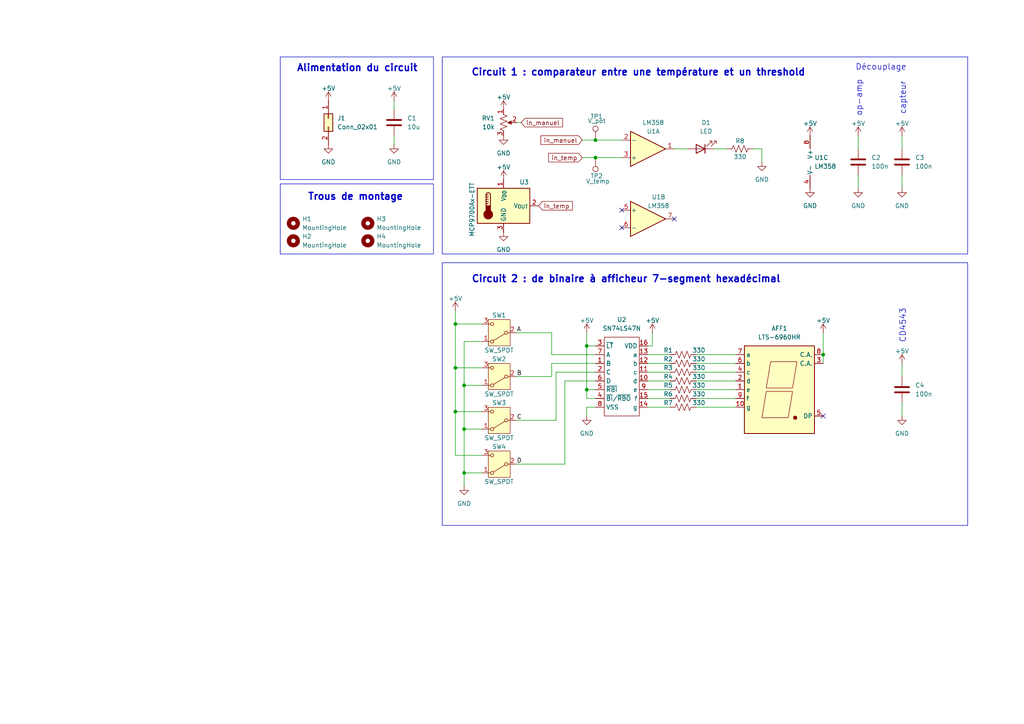
<source format=kicad_sch>
(kicad_sch (version 20250114) (generator "eeschema") (generator_version "9.0")
  (paper "A4")
  (title_block (title "Atelier KiCad") (date "2025-09-24") (rev "1") (company "C3I UDES") (comment 1 "Circuit par : Miriam Caisse"))
  (lib_symbols
    (symbol "Amplifier_Operational:LM358" (pin_names (offset 0.127))
      (property "Reference" "U" (at 0 5.08 0))
      (property "Value" "LM358" (at 0 -5.08 0))
      (symbol "LM358_1_1"
        (polyline (pts (xy -5.08 5.08) (xy 5.08 0) (xy -5.08 -5.08) (xy -5.08 5.08)) (stroke (width 0.254)) (fill (type background)))
        (pin input line (at -7.62 2.54 0) (length 2.54) (name "+") (number "3"))
        (pin input line (at -7.62 -2.54 0) (length 2.54) (name "-") (number "2"))
        (pin output line (at 7.62 0 180) (length 2.54) (name "~") (number "1"))
      )
      (symbol "LM358_2_1"
        (polyline (pts (xy -5.08 5.08) (xy 5.08 0) (xy -5.08 -5.08) (xy -5.08 5.08)) (stroke (width 0.254)) (fill (type background)))
        (pin input line (at -7.62 2.54 0) (length 2.54) (name "+") (number "5"))
        (pin input line (at -7.62 -2.54 0) (length 2.54) (name "-") (number "6"))
        (pin output line (at 7.62 0 180) (length 2.54) (name "~") (number "7"))
      )
      (symbol "LM358_3_1"
        (pin power_in line (at -2.54 7.62 270) (length 3.81) (name "V+") (number "8"))
        (pin power_in line (at -2.54 -7.62 90) (length 3.81) (name "V-") (number "4"))
      )
    )
    (symbol "Connector:TestPoint" (pin_numbers (hide yes)) (pin_names (offset 0.762) (hide yes))
      (property "Reference" "TP" (at 0 6.858 0))
      (property "Value" "TestPoint" (at 0 5.08 0))
      (symbol "TestPoint_0_1"
        (circle (center 0 3.302) (radius 0.762))
      )
      (symbol "TestPoint_1_1"
        (pin passive line (at 0 0 90) (length 2.54) (name "1") (number "1"))
      )
    )
    (symbol "Connector_Generic:Conn_02x01" (pin_names (offset 1.016) (hide yes))
      (property "Reference" "J" (at 1.27 2.54 0))
      (property "Value" "Conn_02x01" (at 1.27 -2.54 0))
      (symbol "Conn_02x01_1_1"
        (rectangle (start -1.27 1.27) (end 3.81 -1.27) (stroke (width 0.254)) (fill (type background)))
        (rectangle (start -1.27 0.127) (end 0 -0.127) (stroke (width 0.1524)))
        (rectangle (start 3.81 0.127) (end 2.54 -0.127) (stroke (width 0.1524)))
        (pin passive line (at -5.08 0 0) (length 3.81) (name "Pin_1") (number "1"))
        (pin passive line (at 7.62 0 180) (length 3.81) (name "Pin_2") (number "2"))
      )
    )
    (symbol "Device:C" (pin_numbers (hide yes)) (pin_names (offset 0.254))
      (property "Reference" "C" (at 0.635 2.54 0))
      (property "Value" "C" (at 0.635 -2.54 0))
      (symbol "C_0_1"
        (polyline (pts (xy -2.032 0.762) (xy 2.032 0.762)) (stroke (width 0.508)))
        (polyline (pts (xy -2.032 -0.762) (xy 2.032 -0.762)) (stroke (width 0.508)))
      )
      (symbol "C_1_1"
        (pin passive line (at 0 3.81 270) (length 2.794) (name "~") (number "1"))
        (pin passive line (at 0 -3.81 90) (length 2.794) (name "~") (number "2"))
      )
    )
    (symbol "Device:LED" (pin_numbers (hide yes)) (pin_names (offset 1.016) (hide yes))
      (property "Reference" "D" (at 0 2.54 0))
      (property "Value" "LED" (at 0 -2.54 0))
      (symbol "LED_0_1"
        (polyline (pts (xy -3.048 -0.762) (xy -4.572 -2.286) (xy -3.81 -2.286) (xy -4.572 -2.286) (xy -4.572 -1.524)))
        (polyline (pts (xy -1.778 -0.762) (xy -3.302 -2.286) (xy -2.54 -2.286) (xy -3.302 -2.286) (xy -3.302 -1.524)))
        (polyline (pts (xy -1.27 0) (xy 1.27 0)))
        (polyline (pts (xy -1.27 -1.27) (xy -1.27 1.27)) (stroke (width 0.254)))
        (polyline (pts (xy 1.27 -1.27) (xy 1.27 1.27) (xy -1.27 0) (xy 1.27 -1.27)) (stroke (width 0.254)))
      )
      (symbol "LED_1_1"
        (pin passive line (at -3.81 0 0) (length 2.54) (name "K") (number "1"))
        (pin passive line (at 3.81 0 180) (length 2.54) (name "A") (number "2"))
      )
    )
    (symbol "Device:R_Potentiometer_US" (pin_names (offset 1.016) (hide yes))
      (property "Reference" "RV" (at -4.445 0 90))
      (property "Value" "R_Potentiometer_US" (at -2.54 0 90))
      (symbol "R_Potentiometer_US_0_1"
        (polyline (pts (xy 0 2.54) (xy 0 2.286)))
        (polyline (pts (xy 0 2.286) (xy 1.016 1.905) (xy 0 1.524) (xy -1.016 1.143) (xy 0 0.762)))
        (polyline (pts (xy 0 0.762) (xy 1.016 0.381) (xy 0 0) (xy -1.016 -0.381) (xy 0 -0.762)))
        (polyline (pts (xy 0 -0.762) (xy 1.016 -1.143) (xy 0 -1.524) (xy -1.016 -1.905) (xy 0 -2.286)))
        (polyline (pts (xy 0 -2.286) (xy 0 -2.54)))
        (polyline (pts (xy 1.143 0) (xy 2.286 0.508) (xy 2.286 -0.508) (xy 1.143 0)) (fill (type outline)))
        (polyline (pts (xy 2.54 0) (xy 1.524 0)))
      )
      (symbol "R_Potentiometer_US_1_1"
        (pin passive line (at 0 3.81 270) (length 1.27) (name "1") (number "1"))
        (pin passive line (at 0 -3.81 90) (length 1.27) (name "3") (number "3"))
        (pin passive line (at 3.81 0 180) (length 1.27) (name "2") (number "2"))
      )
    )
    (symbol "Device:R_US" (pin_numbers (hide yes)) (pin_names (offset 0))
      (property "Reference" "R" (at 2.54 0 90))
      (property "Value" "R_US" (at -2.54 0 90))
      (symbol "R_US_0_1"
        (polyline (pts (xy 0 2.286) (xy 0 2.54)))
        (polyline (pts (xy 0 2.286) (xy 1.016 1.905) (xy 0 1.524) (xy -1.016 1.143) (xy 0 0.762)))
        (polyline (pts (xy 0 0.762) (xy 1.016 0.381) (xy 0 0) (xy -1.016 -0.381) (xy 0 -0.762)))
        (polyline (pts (xy 0 -0.762) (xy 1.016 -1.143) (xy 0 -1.524) (xy -1.016 -1.905) (xy 0 -2.286)))
        (polyline (pts (xy 0 -2.286) (xy 0 -2.54)))
      )
      (symbol "R_US_1_1"
        (pin passive line (at 0 3.81 270) (length 1.27) (name "~") (number "1"))
        (pin passive line (at 0 -3.81 90) (length 1.27) (name "~") (number "2"))
      )
    )
    (symbol "Display_Character:LTS-6960HR"
      (property "Reference" "AFF" (at -7.874 13.97 0))
      (property "Value" "LTS-6960HR" (at -2.032 13.97 0))
      (symbol "LTS-6960HR_0_1"
        (rectangle (start -10.16 12.7) (end 10.16 -12.7) (stroke (width 0.254)) (fill (type background)))
        (polyline (pts (xy -3.81 -0.508) (xy 3.81 -0.508) (xy 2.54 -8.128) (xy -5.08 -8.128) (xy -3.81 -0.508) (xy -3.81 -0.508)))
        (polyline (pts (xy -2.54 8.128) (xy 5.08 8.128) (xy 3.81 0.508) (xy -3.81 0.508) (xy -2.54 8.128) (xy -2.54 8.128)))
        (circle (center 4.572 -8.128) (radius 0.508) (fill (type outline)))
      )
      (symbol "LTS-6960HR_1_1"
        (pin passive line (at -12.7 10.16 0) (length 2.54) (name "a") (number "7"))
        (pin passive line (at -12.7 7.62 0) (length 2.54) (name "b") (number "6"))
        (pin passive line (at -12.7 5.08 0) (length 2.54) (name "c") (number "4"))
        (pin passive line (at -12.7 2.54 0) (length 2.54) (name "d") (number "2"))
        (pin passive line (at -12.7 0 0) (length 2.54) (name "e") (number "1"))
        (pin passive line (at -12.7 -2.54 0) (length 2.54) (name "f") (number "9"))
        (pin passive line (at -12.7 -5.08 0) (length 2.54) (name "g") (number "10"))
        (pin passive line (at 12.7 10.16 180) (length 2.54) (name "C.A.") (number "8"))
        (pin passive line (at 12.7 7.62 180) (length 2.54) (name "C.A.") (number "3"))
        (pin passive line (at 12.7 -7.62 180) (length 2.54) (name "DP") (number "5"))
      )
    )
    (symbol "Mechanical:MountingHole" (pin_names (offset 1.016)) (in_bom no)
      (property "Reference" "H" (at 0 5.08 0))
      (property "Value" "MountingHole" (at 0 3.175 0))
      (symbol "MountingHole_0_1"
        (circle (center 0 0) (radius 1.27) (stroke (width 1.27)))
      )
    )
    (symbol "Sensor_Temperature:MCP9700Ax-ETT"
      (property "Reference" "U" (at -6.35 6.35 0))
      (property "Value" "MCP9700Ax-ETT" (at 1.27 6.35 0))
      (symbol "MCP9700Ax-ETT_0_1"
        (rectangle (start -7.62 5.08) (end 7.62 -5.08) (stroke (width 0.254)) (fill (type background)))
        (polyline (pts (xy -5.08 3.175) (xy -5.08 0)) (stroke (width 0.254)))
        (polyline (pts (xy -5.08 3.175) (xy -4.445 3.175)) (stroke (width 0.254)))
        (polyline (pts (xy -5.08 2.54) (xy -4.445 2.54)) (stroke (width 0.254)))
        (polyline (pts (xy -5.08 1.905) (xy -4.445 1.905)) (stroke (width 0.254)))
        (polyline (pts (xy -5.08 1.27) (xy -4.445 1.27)) (stroke (width 0.254)))
        (polyline (pts (xy -5.08 0.635) (xy -4.445 0.635)) (stroke (width 0.254)))
        (arc (start -5.08 3.175) (mid -4.445 3.8073) (end -3.81 3.175) (stroke (width 0.254)))
        (circle (center -4.445 -2.54) (radius 1.27) (stroke (width 0.254)) (fill (type outline)))
        (polyline (pts (xy -3.81 3.175) (xy -3.81 0)) (stroke (width 0.254)))
        (rectangle (start -3.81 -1.905) (end -5.08 0) (stroke (width 0.254)) (fill (type outline)))
      )
      (symbol "MCP9700Ax-ETT_1_1"
        (pin power_in line (at 0 7.62 270) (length 2.54) (name "V_{DD}") (number "1"))
        (pin power_in line (at 0 -7.62 90) (length 2.54) (name "GND") (number "3"))
        (pin output line (at 10.16 0 180) (length 2.54) (name "V_{OUT}") (number "2"))
      )
    )
    (symbol "Switch:SW_SPDT" (pin_names (offset 0) (hide yes))
      (property "Reference" "SW" (at 0 5.08 0))
      (property "Value" "SW_SPDT" (at 0 -5.08 0))
      (symbol "SW_SPDT_0_1"
        (circle (center -2.032 0) (radius 0.4572))
        (polyline (pts (xy -1.651 0.254) (xy 1.651 2.286)))
        (circle (center 2.032 2.54) (radius 0.4572))
        (circle (center 2.032 -2.54) (radius 0.4572))
      )
      (symbol "SW_SPDT_1_1"
        (rectangle (start -3.175 3.81) (end 3.175 -3.81) (fill (type background)))
        (pin passive line (at -5.08 0 0) (length 2.54) (name "B") (number "2"))
        (pin passive line (at 5.08 2.54 180) (length 2.54) (name "A") (number "1"))
        (pin passive line (at 5.08 -2.54 180) (length 2.54) (name "C") (number "3"))
      )
    )
    (symbol "library:SN74LS47N"
      (property "Reference" "U" (at 0 12.446 0))
      (property "Value" "SN74LS47N" (at 0 -12.7 0))
      (symbol "SN74LS47N_0_1"
        (rectangle (start -5.08 11.43) (end 5.08 -11.43))
      )
      (symbol "SN74LS47N_1_1"
        (pin input line (at -7.62 8.89 0) (length 2.54) (name "~{LT}") (number "3"))
        (pin input line (at -7.62 6.35 0) (length 2.54) (name "A") (number "7"))
        (pin input line (at -7.62 3.81 0) (length 2.54) (name "B") (number "1"))
        (pin input line (at -7.62 1.27 0) (length 2.54) (name "C") (number "2"))
        (pin input line (at -7.62 -1.27 0) (length 2.54) (name "D") (number "6"))
        (pin input line (at -7.62 -3.81 0) (length 2.54) (name "~{RBI}") (number "5"))
        (pin input line (at -7.62 -6.35 0) (length 2.54) (name "~{BI}/~{RBO}") (number "4"))
        (pin power_in line (at -7.62 -8.89 0) (length 2.54) (name "VSS") (number "8"))
        (pin power_in line (at 7.62 8.89 180) (length 2.54) (name "VDD") (number "16"))
        (pin output line (at 7.62 6.35 180) (length 2.54) (name "a") (number "13"))
        (pin output line (at 7.62 3.81 180) (length 2.54) (name "b") (number "12"))
        (pin output line (at 7.62 1.27 180) (length 2.54) (name "c") (number "11"))
        (pin output line (at 7.62 -1.27 180) (length 2.54) (name "d") (number "10"))
        (pin output line (at 7.62 -3.81 180) (length 2.54) (name "e") (number "9"))
        (pin output line (at 7.62 -6.35 180) (length 2.54) (name "f") (number "15"))
        (pin output line (at 7.62 -8.89 180) (length 2.54) (name "g") (number "14"))
      )
    )
    (symbol "power:+5V" (power) (pin_numbers (hide yes)) (pin_names (offset 0) (hide yes))
      (property "Value" "+5V" (at 0 3.556 0))
      (symbol "+5V_0_1"
        (polyline (pts (xy -0.762 1.27) (xy 0 2.54)))
        (polyline (pts (xy 0 2.54) (xy 0.762 1.27)))
        (polyline (pts (xy 0 0) (xy 0 2.54)))
      )
      (symbol "+5V_1_1"
        (pin power_in line (at 0 0 90) (length 0) (name "~") (number "1"))
      )
    )
    (symbol "power:GND" (power) (pin_numbers (hide yes)) (pin_names (offset 0) (hide yes))
      (property "Value" "GND" (at 0 -3.81 0))
      (symbol "GND_0_1"
        (polyline (pts (xy 0 0) (xy 0 -1.27) (xy 1.27 -1.27) (xy 0 -2.54) (xy -1.27 -1.27) (xy 0 -1.27)))
      )
      (symbol "GND_1_1"
        (pin power_in line (at 0 0 270) (length 0) (name "~") (number "1"))
      )
    )
  )
  (rectangle (start 81.28 16.51) (end 125.73 52.07))
  (rectangle (start 128.27 76.2) (end 280.67 152.4))
  (rectangle (start 128.27 16.51) (end 280.67 73.66))
  (rectangle (start 81.28 53.34) (end 125.73 73.66))
  (text "Circuit 1 : comparateur entre une température et un threshold" (at 185.166 21.082 0) (effects (font (size 2 2) (thickness 0.4) (bold yes))))
  (text "CD4543" (at 261.874 94.488 90) (effects (font (size 1.7 1.7))))
  (text "Alimentation du circuit" (at 103.632 19.812 0) (effects (font (size 2 2) (thickness 0.4) (bold yes))))
  (text "op-amp" (at 249.174 28.448 90) (effects (font (size 1.7 1.7))))
  (text "capteur" (at 261.874 28.448 90) (effects (font (size 1.7 1.7))))
  (text "Circuit 2 : de binaire à afficheur 7-segment hexadécimal" (at 181.61 81.026 0) (effects (font (size 2 2) (thickness 0.4) (bold yes))))
  (text "Trous de montage" (at 103.124 57.15 0) (effects (font (size 2 2) (thickness 0.4) (bold yes))))
  (text "Découplage" (at 255.524 19.558 0) (effects (font (size 1.7 1.7))))
  (junction (at 132.08 93.98))
  (junction (at 170.18 100.33))
  (junction (at 238.76 102.87))
  (junction (at 172.72 40.64))
  (junction (at 170.18 113.03))
  (junction (at 134.62 111.76))
  (junction (at 132.08 106.68))
  (junction (at 132.08 119.38))
  (junction (at 172.72 45.72))
  (junction (at 134.62 137.16))
  (junction (at 134.62 124.46))
  (no_connect (at 195.58 63.5))
  (no_connect (at 238.76 120.65))
  (no_connect (at 180.34 60.96))
  (no_connect (at 180.34 66.04))
  (wire (pts (xy 187.96 107.95) (xy 194.31 107.95)))
  (wire (pts (xy 139.7 111.76) (xy 134.62 111.76)))
  (wire (pts (xy 170.18 113.03) (xy 170.18 115.57)))
  (wire (pts (xy 161.29 107.95) (xy 161.29 121.92)))
  (wire (pts (xy 201.93 110.49) (xy 213.36 110.49)))
  (wire (pts (xy 261.62 105.41) (xy 261.62 109.22)))
  (wire (pts (xy 132.08 90.17) (xy 132.08 93.98)))
  (wire (pts (xy 170.18 118.11) (xy 170.18 120.65)))
  (wire (pts (xy 187.96 115.57) (xy 194.31 115.57)))
  (wire (pts (xy 160.02 96.52) (xy 149.86 96.52)))
  (wire (pts (xy 172.72 118.11) (xy 170.18 118.11)))
  (wire (pts (xy 132.08 93.98) (xy 139.7 93.98)))
  (wire (pts (xy 187.96 118.11) (xy 194.31 118.11)))
  (wire (pts (xy 172.72 102.87) (xy 160.02 102.87)))
  (wire (pts (xy 172.72 113.03) (xy 170.18 113.03)))
  (wire (pts (xy 195.58 43.18) (xy 199.39 43.18)))
  (wire (pts (xy 114.3 29.21) (xy 114.3 31.75)))
  (wire (pts (xy 248.92 39.37) (xy 248.92 43.18)))
  (wire (pts (xy 151.13 35.56) (xy 149.86 35.56)))
  (wire (pts (xy 172.72 110.49) (xy 163.83 110.49)))
  (wire (pts (xy 172.72 40.64) (xy 180.34 40.64)))
  (wire (pts (xy 172.72 100.33) (xy 170.18 100.33)))
  (wire (pts (xy 238.76 96.52) (xy 238.76 102.87)))
  (wire (pts (xy 139.7 132.08) (xy 132.08 132.08)))
  (wire (pts (xy 201.93 115.57) (xy 213.36 115.57)))
  (wire (pts (xy 161.29 121.92) (xy 149.86 121.92)))
  (wire (pts (xy 139.7 124.46) (xy 134.62 124.46)))
  (wire (pts (xy 201.93 102.87) (xy 213.36 102.87)))
  (wire (pts (xy 187.96 100.33) (xy 189.23 100.33)))
  (wire (pts (xy 238.76 102.87) (xy 238.76 105.41)))
  (wire (pts (xy 248.92 54.61) (xy 248.92 50.8)))
  (wire (pts (xy 189.23 100.33) (xy 189.23 96.52)))
  (wire (pts (xy 134.62 124.46) (xy 134.62 137.16)))
  (wire (pts (xy 218.44 43.18) (xy 220.98 43.18)))
  (wire (pts (xy 201.93 107.95) (xy 213.36 107.95)))
  (wire (pts (xy 170.18 113.03) (xy 170.18 100.33)))
  (wire (pts (xy 132.08 119.38) (xy 132.08 106.68)))
  (wire (pts (xy 220.98 43.18) (xy 220.98 46.99)))
  (wire (pts (xy 187.96 113.03) (xy 194.31 113.03)))
  (wire (pts (xy 187.96 102.87) (xy 194.31 102.87)))
  (wire (pts (xy 160.02 96.52) (xy 160.02 102.87)))
  (wire (pts (xy 139.7 99.06) (xy 134.62 99.06)))
  (wire (pts (xy 168.91 45.72) (xy 172.72 45.72)))
  (wire (pts (xy 132.08 106.68) (xy 132.08 93.98)))
  (wire (pts (xy 139.7 137.16) (xy 134.62 137.16)))
  (wire (pts (xy 134.62 137.16) (xy 134.62 140.97)))
  (wire (pts (xy 201.93 105.41) (xy 213.36 105.41)))
  (wire (pts (xy 114.3 41.91) (xy 114.3 39.37)))
  (wire (pts (xy 172.72 107.95) (xy 161.29 107.95)))
  (wire (pts (xy 172.72 45.72) (xy 180.34 45.72)))
  (wire (pts (xy 163.83 134.62) (xy 149.86 134.62)))
  (wire (pts (xy 139.7 106.68) (xy 132.08 106.68)))
  (wire (pts (xy 163.83 110.49) (xy 163.83 134.62)))
  (wire (pts (xy 187.96 110.49) (xy 194.31 110.49)))
  (wire (pts (xy 172.72 105.41) (xy 160.02 105.41)))
  (wire (pts (xy 160.02 105.41) (xy 160.02 109.22)))
  (wire (pts (xy 207.01 43.18) (xy 210.82 43.18)))
  (wire (pts (xy 187.96 105.41) (xy 194.31 105.41)))
  (wire (pts (xy 201.93 118.11) (xy 213.36 118.11)))
  (wire (pts (xy 261.62 39.37) (xy 261.62 43.18)))
  (wire (pts (xy 139.7 119.38) (xy 132.08 119.38)))
  (wire (pts (xy 134.62 111.76) (xy 134.62 124.46)))
  (wire (pts (xy 160.02 109.22) (xy 149.86 109.22)))
  (wire (pts (xy 132.08 132.08) (xy 132.08 119.38)))
  (wire (pts (xy 134.62 99.06) (xy 134.62 111.76)))
  (wire (pts (xy 261.62 120.65) (xy 261.62 116.84)))
  (wire (pts (xy 172.72 115.57) (xy 170.18 115.57)))
  (wire (pts (xy 201.93 113.03) (xy 213.36 113.03)))
  (wire (pts (xy 261.62 54.61) (xy 261.62 50.8)))
  (wire (pts (xy 170.18 100.33) (xy 170.18 96.52)))
  (wire (pts (xy 168.91 40.64) (xy 172.72 40.64)))
  (label "C" (at 149.86 121.92 0))
  (label "D" (at 149.86 134.62 0))
  (label "B" (at 149.86 109.22 0))
  (label "A" (at 149.86 96.52 0))
  (global_label "in_temp" (shape input) (at 156.21 59.69 0) (property "Intersheetrefs" "${INTERSHEET_REFS}" (effects (hide yes))))
  (global_label "in_temp" (shape input) (at 168.91 45.72 180) (property "Intersheetrefs" "${INTERSHEET_REFS}" (effects (hide yes))))
  (global_label "in_manuel" (shape input) (at 168.91 40.64 180) (property "Intersheetrefs" "${INTERSHEET_REFS}" (effects (hide yes))))
  (global_label "in_manuel" (shape input) (at 151.13 35.56 0) (property "Intersheetrefs" "${INTERSHEET_REFS}" (effects (hide yes))))
  (symbol (lib_id "power:GND") (at 146.05 39.37 0) (unit 1)
    (property "Reference" "#PWR05" (effects (hide yes)))
    (property "Value" "GND" (at 146.05 44.45 0))
    (property "Description" "Power symbol creates a global label with name \"GND\" , ground" (effects (hide yes)))
  )
  (symbol (lib_id "Device:R_US") (at 198.12 105.41 90) (unit 1)
    (property "Reference" "R2" (at 193.802 104.14 90))
    (property "Value" "330" (at 202.692 104.14 90))
    (property "Footprint" "Resistor_THT:R_Axial_DIN0204_L3.6mm_D1.6mm_P7.62mm_Horizontal" (effects (hide yes)))
    (property "Description" "Resistor, US symbol" (effects (hide yes)))
    (property "Link" "https://www.digikey.ca/en/products/detail/stackpole-electronics-inc/CF18JT330R/1741683" (effects (hide yes)))
    (property "Part number" "CF18JT330R" (effects (hide yes)))
  )
  (symbol (lib_id "power:GND") (at 248.92 54.61 0) (unit 1)
    (property "Reference" "#PWR019" (effects (hide yes)))
    (property "Value" "GND" (at 248.92 59.69 0))
    (property "Description" "Power symbol creates a global label with name \"GND\" , ground" (effects (hide yes)))
  )
  (symbol (lib_id "Amplifier_Operational:LM358") (at 237.49 46.99 0) (unit 3)
    (property "Reference" "U1" (at 236.22 45.7199 0) (effects (justify left)))
    (property "Value" "LM358" (at 236.22 48.2599 0) (effects (justify left)))
    (property "Footprint" "Package_DIP:DIP-8_W7.62mm_Socket_LongPads" (effects (hide yes)))
    (property "Datasheet" "http://www.ti.com/lit/ds/symlink/lm2904-n.pdf" (effects (hide yes)))
    (property "Description" "Low-Power, Dual Operational Amplifiers, DIP-8/SOIC-8/TO-99-8" (effects (hide yes)))
    (property "Link" "https://www.digikey.ca/en/products/detail/texas-instruments/LM358P/277042" (effects (hide yes)))
    (property "Part number" "LM358P" (effects (hide yes)))
  )
  (symbol (lib_id "power:GND") (at 146.05 67.31 0) (unit 1)
    (property "Reference" "#PWR04" (effects (hide yes)))
    (property "Value" "GND" (at 146.05 72.39 0))
    (property "Description" "Power symbol creates a global label with name \"GND\" , ground" (effects (hide yes)))
  )
  (symbol (lib_id "Mechanical:MountingHole") (at 85.09 64.77 0) (unit 1) (in_bom no)
    (property "Reference" "H1" (at 87.63 63.4999 0) (effects (justify left)))
    (property "Value" "MountingHole" (at 87.63 66.0399 0) (effects (justify left)))
    (property "Footprint" "MountingHole:MountingHole_3mm" (effects (hide yes)))
    (property "Description" "Mounting Hole without connection" (effects (hide yes)))
  )
  (symbol (lib_id "Mechanical:MountingHole") (at 85.09 69.85 0) (unit 1) (in_bom no)
    (property "Reference" "H2" (at 87.63 68.5799 0) (effects (justify left)))
    (property "Value" "MountingHole" (at 87.63 71.1199 0) (effects (justify left)))
    (property "Footprint" "MountingHole:MountingHole_3mm" (effects (hide yes)))
    (property "Description" "Mounting Hole without connection" (effects (hide yes)))
  )
  (symbol (lib_id "Amplifier_Operational:LM358") (at 187.96 63.5 0) (unit 2)
    (property "Reference" "U1" (at 191.008 57.15 0))
    (property "Value" "LM358" (at 191.008 59.69 0))
    (property "Footprint" "Package_DIP:DIP-8_W7.62mm_Socket_LongPads" (effects (hide yes)))
    (property "Datasheet" "http://www.ti.com/lit/ds/symlink/lm2904-n.pdf" (effects (hide yes)))
    (property "Description" "Low-Power, Dual Operational Amplifiers, DIP-8/SOIC-8/TO-99-8" (effects (hide yes)))
    (property "Link" "https://www.digikey.ca/en/products/detail/texas-instruments/LM358P/277042" (effects (hide yes)))
    (property "Part number" "LM358P" (effects (hide yes)))
  )
  (symbol (lib_id "power:GND") (at 261.62 54.61 0) (unit 1)
    (property "Reference" "#PWR021" (effects (hide yes)))
    (property "Value" "GND" (at 261.62 59.69 0))
    (property "Description" "Power symbol creates a global label with name \"GND\" , ground" (effects (hide yes)))
  )
  (symbol (lib_id "Mechanical:MountingHole") (at 106.68 69.85 0) (unit 1) (in_bom no)
    (property "Reference" "H4" (at 109.22 68.5799 0) (effects (justify left)))
    (property "Value" "MountingHole" (at 109.22 71.1199 0) (effects (justify left)))
    (property "Footprint" "MountingHole:MountingHole_3mm" (effects (hide yes)))
    (property "Description" "Mounting Hole without connection" (effects (hide yes)))
  )
  (symbol (lib_id "power:GND") (at 134.62 140.97 0) (unit 1)
    (property "Reference" "#PWR011" (effects (hide yes)))
    (property "Value" "GND" (at 134.62 146.05 0))
    (property "Description" "Power symbol creates a global label with name \"GND\" , ground" (effects (hide yes)))
  )
  (symbol (lib_id "Switch:SW_SPDT") (at 144.78 121.92 180) (unit 1)
    (property "Reference" "SW3" (at 144.78 116.84 0))
    (property "Value" "SW_SPDT" (at 144.78 127 0))
    (property "Description" "Switch, single pole double throw" (effects (hide yes)))
    (property "Link" "https://www.digikey.ca/en/products/detail/same-sky-formerly-cui-devices/SLW-1277744-3A-N-D/24399208" (effects (hide yes)))
    (property "Part number" "SLW-1277744-3A-N-D" (effects (hide yes)))
  )
  (symbol (lib_id "power:GND") (at 170.18 120.65 0) (unit 1)
    (property "Reference" "#PWR013" (effects (hide yes)))
    (property "Value" "GND" (at 170.18 125.73 0))
    (property "Description" "Power symbol creates a global label with name \"GND\" , ground" (effects (hide yes)))
  )
  (symbol (lib_id "power:+5V") (at 132.08 90.17 0) (unit 1)
    (property "Reference" "#PWR010" (effects (hide yes)))
    (property "Value" "+5V" (at 132.08 86.614 0))
    (property "Description" "Power symbol creates a global label with name \"+5V\"" (effects (hide yes)))
  )
  (symbol (lib_id "Device:C") (at 114.3 35.56 0) (unit 1)
    (property "Reference" "C1" (at 118.11 34.2899 0) (effects (justify left)))
    (property "Value" "10u" (at 118.11 36.8299 0) (effects (justify left)))
    (property "Footprint" "Capacitor_THT:C_Disc_D3.8mm_W2.6mm_P2.50mm" (effects (hide yes)))
    (property "Description" "Unpolarized capacitor" (effects (hide yes)))
    (property "Link" "https://www.digikey.ca/en/products/detail/tdk-corporation/FG18X5R1E106MRT00/7384734" (effects (hide yes)))
    (property "Part number" "FG18X5R1E106MRT00" (effects (hide yes)))
  )
  (symbol (lib_id "Switch:SW_SPDT") (at 144.78 134.62 180) (unit 1)
    (property "Reference" "SW4" (at 144.78 129.54 0))
    (property "Value" "SW_SPDT" (at 144.78 139.7 0))
    (property "Description" "Switch, single pole double throw" (effects (hide yes)))
    (property "Link" "https://www.digikey.ca/en/products/detail/same-sky-formerly-cui-devices/SLW-1277744-3A-N-D/24399208" (effects (hide yes)))
    (property "Part number" "SLW-1277744-3A-N-D" (effects (hide yes)))
  )
  (symbol (lib_id "Device:R_US") (at 198.12 107.95 90) (unit 1)
    (property "Reference" "R3" (at 193.802 106.68 90))
    (property "Value" "330" (at 202.692 106.68 90))
    (property "Footprint" "Resistor_THT:R_Axial_DIN0204_L3.6mm_D1.6mm_P7.62mm_Horizontal" (effects (hide yes)))
    (property "Description" "Resistor, US symbol" (effects (hide yes)))
    (property "Link" "https://www.digikey.ca/en/products/detail/stackpole-electronics-inc/CF18JT330R/1741683" (effects (hide yes)))
    (property "Part number" "CF18JT330R" (effects (hide yes)))
  )
  (symbol (lib_id "Mechanical:MountingHole") (at 106.68 64.77 0) (unit 1) (in_bom no)
    (property "Reference" "H3" (at 109.22 63.4999 0) (effects (justify left)))
    (property "Value" "MountingHole" (at 109.22 66.0399 0) (effects (justify left)))
    (property "Footprint" "MountingHole:MountingHole_3mm" (effects (hide yes)))
    (property "Description" "Mounting Hole without connection" (effects (hide yes)))
  )
  (symbol (lib_id "Device:R_Potentiometer_US") (at 146.05 35.56 0) (unit 1)
    (property "Reference" "RV1" (at 143.51 34.2899 0) (effects (justify right)))
    (property "Value" "10k" (at 143.51 36.8299 0) (effects (justify right)))
    (property "Footprint" "Potentiometer_THT:Potentiometer_Piher_PT-6-V_Vertical_Hole" (effects (hide yes)))
    (property "Description" "Potentiometer, US symbol" (effects (hide yes)))
    (property "Link" "https://www.digikey.ca/en/products/detail/kyocera-avx/601030/10491403" (effects (hide yes)))
    (property "Part number" "601030" (effects (hide yes)))
  )
  (symbol (lib_id "Sensor_Temperature:MCP9700Ax-ETT") (at 146.05 59.69 0) (unit 1)
    (property "Reference" "U3" (at 153.416 52.832 0) (effects (justify right)))
    (property "Value" "MCP9700Ax-ETT" (at 136.906 52.832 90) (effects (justify right)))
    (property "Footprint" "Package_TO_SOT_SMD:SOT-23-3" (effects (hide yes)))
    (property "Datasheet" "http://ww1.microchip.com/downloads/en/devicedoc/20001942g.pdf" (effects (hide yes)))
    (property "Description" "Low power, analog thermistor temperature sensor, ±2C accuracy, -40C to +125C, in SOT-23-3" (effects (hide yes)))
    (property "Link" "https://www.digikey.ca/en/products/detail/microchip-technology/MCP9700AT-E-TT/1228267" (effects (hide yes)))
    (property "Part number" "MCP9700AT-E/TT" (effects (hide yes)))
  )
  (symbol (lib_id "power:+5V") (at 114.3 29.21 0) (unit 1)
    (property "Reference" "#PWR016" (effects (hide yes)))
    (property "Value" "+5V" (at 114.3 25.654 0))
    (property "Description" "Power symbol creates a global label with name \"+5V\"" (effects (hide yes)))
  )
  (symbol (lib_id "power:GND") (at 234.95 54.61 0) (unit 1)
    (property "Reference" "#PWR06" (effects (hide yes)))
    (property "Value" "GND" (at 234.95 59.69 0))
    (property "Description" "Power symbol creates a global label with name \"GND\" , ground" (effects (hide yes)))
  )
  (symbol (lib_id "Device:R_US") (at 198.12 115.57 90) (unit 1)
    (property "Reference" "R6" (at 193.802 114.3 90))
    (property "Value" "330" (at 202.692 114.3 90))
    (property "Footprint" "Resistor_THT:R_Axial_DIN0204_L3.6mm_D1.6mm_P7.62mm_Horizontal" (effects (hide yes)))
    (property "Description" "Resistor, US symbol" (effects (hide yes)))
    (property "Link" "https://www.digikey.ca/en/products/detail/stackpole-electronics-inc/CF18JT330R/1741683" (effects (hide yes)))
    (property "Part number" "CF18JT330R" (effects (hide yes)))
  )
  (symbol (lib_id "Device:R_US") (at 198.12 102.87 90) (unit 1)
    (property "Reference" "R1" (at 193.802 101.6 90))
    (property "Value" "330" (at 202.692 101.6 90))
    (property "Footprint" "Resistor_THT:R_Axial_DIN0204_L3.6mm_D1.6mm_P7.62mm_Horizontal" (effects (hide yes)))
    (property "Description" "Resistor, US symbol" (effects (hide yes)))
    (property "Link" "https://www.digikey.ca/en/products/detail/stackpole-electronics-inc/CF18JT330R/1741683" (effects (hide yes)))
    (property "Part number" "CF18JT330R" (effects (hide yes)))
  )
  (symbol (lib_id "power:+5V") (at 95.25 29.21 0) (unit 1)
    (property "Reference" "#PWR014" (effects (hide yes)))
    (property "Value" "+5V" (at 95.25 25.654 0))
    (property "Description" "Power symbol creates a global label with name \"+5V\"" (effects (hide yes)))
  )
  (symbol (lib_id "power:GND") (at 95.25 41.91 0) (unit 1)
    (property "Reference" "#PWR015" (effects (hide yes)))
    (property "Value" "GND" (at 95.25 46.99 0))
    (property "Description" "Power symbol creates a global label with name \"GND\" , ground" (effects (hide yes)))
  )
  (symbol (lib_id "Connector:TestPoint") (at 172.72 45.72 180) (unit 1) (in_bom no)
    (property "Reference" "TP2" (at 171.196 51.054 0) (effects (justify right)))
    (property "Value" "V_temp" (at 169.926 52.5779 0) (effects (justify right)))
    (property "Footprint" "Connector_PinHeader_2.54mm:PinHeader_1x01_P2.54mm_Vertical" (effects (hide yes)))
    (property "Description" "test point" (effects (hide yes)))
  )
  (symbol (lib_id "power:+5V") (at 146.05 52.07 0) (unit 1)
    (property "Reference" "#PWR09" (effects (hide yes)))
    (property "Value" "+5V" (at 146.05 48.514 0))
    (property "Description" "Power symbol creates a global label with name \"+5V\"" (effects (hide yes)))
  )
  (symbol (lib_id "Device:R_US") (at 198.12 110.49 90) (unit 1)
    (property "Reference" "R4" (at 193.802 109.22 90))
    (property "Value" "330" (at 202.692 109.22 90))
    (property "Footprint" "Resistor_THT:R_Axial_DIN0204_L3.6mm_D1.6mm_P7.62mm_Horizontal" (effects (hide yes)))
    (property "Description" "Resistor, US symbol" (effects (hide yes)))
    (property "Link" "https://www.digikey.ca/en/products/detail/stackpole-electronics-inc/CF18JT330R/1741683" (effects (hide yes)))
    (property "Part number" "CF18JT330R" (effects (hide yes)))
  )
  (symbol (lib_id "power:+5V") (at 189.23 96.52 0) (unit 1)
    (property "Reference" "#PWR03" (effects (hide yes)))
    (property "Value" "+5V" (at 189.23 92.964 0))
    (property "Description" "Power symbol creates a global label with name \"+5V\"" (effects (hide yes)))
  )
  (symbol (lib_id "power:+5V") (at 238.76 96.52 0) (unit 1)
    (property "Reference" "#PWR01" (effects (hide yes)))
    (property "Value" "+5V" (at 238.76 92.964 0))
    (property "Description" "Power symbol creates a global label with name \"+5V\"" (effects (hide yes)))
  )
  (symbol (lib_id "power:+5V") (at 261.62 39.37 0) (unit 1)
    (property "Reference" "#PWR020" (effects (hide yes)))
    (property "Value" "+5V" (at 261.62 35.814 0))
    (property "Description" "Power symbol creates a global label with name \"+5V\"" (effects (hide yes)))
  )
  (symbol (lib_id "power:+5V") (at 170.18 96.52 0) (unit 1)
    (property "Reference" "#PWR012" (effects (hide yes)))
    (property "Value" "+5V" (at 170.18 92.964 0))
    (property "Description" "Power symbol creates a global label with name \"+5V\"" (effects (hide yes)))
  )
  (symbol (lib_id "Device:R_US") (at 214.63 43.18 90) (unit 1)
    (property "Reference" "R8" (at 214.63 40.894 90))
    (property "Value" "330" (at 214.63 45.466 90))
    (property "Footprint" "Resistor_THT:R_Axial_DIN0204_L3.6mm_D1.6mm_P7.62mm_Horizontal" (effects (hide yes)))
    (property "Description" "Resistor, US symbol" (effects (hide yes)))
    (property "Link" "https://www.digikey.ca/en/products/detail/stackpole-electronics-inc/CF18JT330R/1741683" (effects (hide yes)))
    (property "Part number" "CF18JT330R" (effects (hide yes)))
  )
  (symbol (lib_id "power:GND") (at 114.3 41.91 0) (unit 1)
    (property "Reference" "#PWR017" (effects (hide yes)))
    (property "Value" "GND" (at 114.3 46.99 0))
    (property "Description" "Power symbol creates a global label with name \"GND\" , ground" (effects (hide yes)))
  )
  (symbol (lib_id "Connector_Generic:Conn_02x01") (at 95.25 34.29 270) (unit 1)
    (property "Reference" "J1" (at 97.79 34.2899 90) (effects (justify left)))
    (property "Value" "Conn_02x01" (at 97.79 36.8299 90) (effects (justify left)))
    (property "Footprint" "Connector_PinHeader_2.54mm:PinHeader_2x01_P2.54mm_Vertical" (effects (hide yes)))
    (property "Description" "Generic connector, double row, 02x01, this symbol is compatible with counter-clockwise, top-bottom and odd-even numbering schemes., script generated (kicad-library-utils/schlib/autogen/connector/)" (effects (hide yes)))
    (property "Link" "https://www.digikey.ca/en/products/detail/harwin-inc/M20-9990246/3728226" (effects (hide yes)))
    (property "Part number" "M20-9990246" (effects (hide yes)))
  )
  (symbol (lib_id "Device:C") (at 261.62 46.99 0) (unit 1)
    (property "Reference" "C3" (at 265.43 45.7199 0) (effects (justify left)))
    (property "Value" "100n" (at 265.43 48.2599 0) (effects (justify left)))
    (property "Footprint" "Capacitor_THT:C_Disc_D3.8mm_W2.6mm_P2.50mm" (effects (hide yes)))
    (property "Description" "Unpolarized capacitor" (effects (hide yes)))
    (property "Link" "https://www.digikey.ca/en/products/detail/tdk-corporation/FG28X7R1H104KNT00/7326852" (effects (hide yes)))
    (property "Part number" "FG28X7R1H104KNT00" (effects (hide yes)))
  )
  (symbol (lib_id "power:+5V") (at 234.95 39.37 0) (unit 1)
    (property "Reference" "#PWR02" (effects (hide yes)))
    (property "Value" "+5V" (at 234.95 35.814 0))
    (property "Description" "Power symbol creates a global label with name \"+5V\"" (effects (hide yes)))
  )
  (symbol (lib_id "Display_Character:LTS-6960HR") (at 226.06 113.03 0) (unit 1)
    (property "Reference" "AFF1" (at 226.06 95.25 0))
    (property "Value" "LTS-6960HR" (at 226.06 97.79 0))
    (property "Footprint" "Display_7Segment:7SegmentLED_LTS6760_LTS6780" (effects (hide yes)))
    (property "Datasheet" "https://datasheet.octopart.com/LTS-6960HR-Lite-On-datasheet-11803242.pdf" (effects (hide yes)))
    (property "Description" "DISPLAY 7 SEGMENTS common A." (effects (hide yes)))
    (property "Link" "732-157119S12801-ND" (effects (hide yes)))
    (property "Part number" "732-157119S12801-ND" (effects (hide yes)))
  )
  (symbol (lib_id "power:+5V") (at 248.92 39.37 0) (unit 1)
    (property "Reference" "#PWR018" (effects (hide yes)))
    (property "Value" "+5V" (at 248.92 35.814 0))
    (property "Description" "Power symbol creates a global label with name \"+5V\"" (effects (hide yes)))
  )
  (symbol (lib_id "Device:R_US") (at 198.12 118.11 90) (unit 1)
    (property "Reference" "R7" (at 193.802 116.84 90))
    (property "Value" "330" (at 202.692 116.84 90))
    (property "Footprint" "Resistor_THT:R_Axial_DIN0204_L3.6mm_D1.6mm_P7.62mm_Horizontal" (effects (hide yes)))
    (property "Description" "Resistor, US symbol" (effects (hide yes)))
    (property "Link" "https://www.digikey.ca/en/products/detail/stackpole-electronics-inc/CF18JT330R/1741683" (effects (hide yes)))
    (property "Part number" "CF18JT330R" (effects (hide yes)))
  )
  (symbol (lib_id "Device:C") (at 261.62 113.03 0) (unit 1)
    (property "Reference" "C4" (at 265.43 111.7599 0) (effects (justify left)))
    (property "Value" "100n" (at 265.43 114.2999 0) (effects (justify left)))
    (property "Footprint" "Capacitor_THT:C_Disc_D3.8mm_W2.6mm_P2.50mm" (effects (hide yes)))
    (property "Description" "Unpolarized capacitor" (effects (hide yes)))
    (property "Link" "https://www.digikey.ca/en/products/detail/tdk-corporation/FG28X7R1H104KNT00/7326852" (effects (hide yes)))
    (property "Part number" "FG28X7R1H104KNT00" (effects (hide yes)))
  )
  (symbol (lib_id "Amplifier_Operational:LM358") (at 187.96 43.18 0) (mirror x) (unit 1)
    (property "Reference" "U1" (at 189.484 38.1 0))
    (property "Value" "LM358" (at 189.484 35.56 0))
    (property "Footprint" "Package_DIP:DIP-8_W7.62mm_Socket_LongPads" (effects (hide yes)))
    (property "Datasheet" "http://www.ti.com/lit/ds/symlink/lm2904-n.pdf" (effects (hide yes)))
    (property "Description" "Low-Power, Dual Operational Amplifiers, DIP-8/SOIC-8/TO-99-8" (effects (hide yes)))
    (property "Link" "https://www.digikey.ca/en/products/detail/texas-instruments/LM358P/277042" (effects (hide yes)))
    (property "Part number" "LM358P" (effects (hide yes)))
  )
  (symbol (lib_id "Switch:SW_SPDT") (at 144.78 96.52 180) (unit 1)
    (property "Reference" "SW1" (at 144.78 91.44 0))
    (property "Value" "SW_SPDT" (at 144.78 101.6 0))
    (property "Description" "Switch, single pole double throw" (effects (hide yes)))
    (property "Link" "https://www.digikey.ca/en/products/detail/same-sky-formerly-cui-devices/SLW-1277744-3A-N-D/24399208" (effects (hide yes)))
    (property "Part number" "SLW-1277744-3A-N-D" (effects (hide yes)))
  )
  (symbol (lib_id "power:+5V") (at 261.62 105.41 0) (unit 1)
    (property "Reference" "#PWR022" (effects (hide yes)))
    (property "Value" "+5V" (at 261.62 101.854 0))
    (property "Description" "Power symbol creates a global label with name \"+5V\"" (effects (hide yes)))
  )
  (symbol (lib_id "Connector:TestPoint") (at 172.72 40.64 0) (unit 1) (in_bom no)
    (property "Reference" "TP1" (at 171.196 33.782 0) (effects (justify left)))
    (property "Value" "V_pot" (at 170.434 35.052 0) (effects (justify left)))
    (property "Footprint" "Connector_PinHeader_2.54mm:PinHeader_1x01_P2.54mm_Vertical" (effects (hide yes)))
    (property "Description" "test point" (effects (hide yes)))
  )
  (symbol (lib_id "power:GND") (at 220.98 46.99 0) (unit 1)
    (property "Reference" "#PWR07" (effects (hide yes)))
    (property "Value" "GND" (at 220.98 52.07 0))
    (property "Description" "Power symbol creates a global label with name \"GND\" , ground" (effects (hide yes)))
  )
  (symbol (lib_id "Switch:SW_SPDT") (at 144.78 109.22 180) (unit 1)
    (property "Reference" "SW2" (at 144.78 104.14 0))
    (property "Value" "SW_SPDT" (at 144.78 114.3 0))
    (property "Description" "Switch, single pole double throw" (effects (hide yes)))
    (property "Link" "https://www.digikey.ca/en/products/detail/same-sky-formerly-cui-devices/SLW-1277744-3A-N-D/24399208" (effects (hide yes)))
    (property "Part number" "SLW-1277744-3A-N-D" (effects (hide yes)))
  )
  (symbol (lib_id "power:GND") (at 261.62 120.65 0) (unit 1)
    (property "Reference" "#PWR023" (effects (hide yes)))
    (property "Value" "GND" (at 261.62 125.73 0))
    (property "Description" "Power symbol creates a global label with name \"GND\" , ground" (effects (hide yes)))
  )
  (symbol (lib_id "library:SN74LS47N") (at 180.34 109.22 0) (unit 1)
    (property "Reference" "U2" (at 180.34 92.71 0))
    (property "Value" "SN74LS47N" (at 180.34 95.25 0))
    (property "Footprint" "Package_DIP:DIP-16_W7.62mm_LongPads" (effects (hide yes)))
    (property "Datasheet" "https://www.ti.com/lit/ds/symlink/cd4543b.pdf?HQS=dis-dk-null-digikeymode-dsf-pf-null-wwe&ts=1758704489862&ref_url=https%253A%252F%252Fwww.ti.com%252Fgeneral%252Fdocs%252Fsuppproductinfo.tsp%253FdistId%253D10%2526gotoUrl%253Dhttps%253A%252F%252Fwww.ti.com%252Flit%252Fgpn%252Fcd4543b" (effects (hide yes)))
    (property "Description" "BCD to sevent segment driver" (effects (hide yes)))
    (property "Link" "https://www.digikey.ca/en/products/detail/texas-instruments/SN74LS47N/377730" (effects (hide yes)))
    (property "Part number" "SN74LS47N" (effects (hide yes)))
  )
  (symbol (lib_id "Device:C") (at 248.92 46.99 0) (unit 1)
    (property "Reference" "C2" (at 252.73 45.7199 0) (effects (justify left)))
    (property "Value" "100n" (at 252.73 48.2599 0) (effects (justify left)))
    (property "Footprint" "Capacitor_THT:C_Disc_D3.8mm_W2.6mm_P2.50mm" (effects (hide yes)))
    (property "Description" "Unpolarized capacitor" (effects (hide yes)))
    (property "Link" "https://www.digikey.ca/en/products/detail/tdk-corporation/FG28X7R1H104KNT00/7326852" (effects (hide yes)))
    (property "Part number" "FG28X7R1H104KNT00" (effects (hide yes)))
  )
  (symbol (lib_id "Device:R_US") (at 198.12 113.03 90) (unit 1)
    (property "Reference" "R5" (at 193.802 111.76 90))
    (property "Value" "330" (at 202.692 111.76 90))
    (property "Footprint" "Resistor_THT:R_Axial_DIN0204_L3.6mm_D1.6mm_P7.62mm_Horizontal" (effects (hide yes)))
    (property "Description" "Resistor, US symbol" (effects (hide yes)))
    (property "Link" "https://www.digikey.ca/en/products/detail/stackpole-electronics-inc/CF18JT330R/1741683" (effects (hide yes)))
    (property "Part number" "CF18JT330R" (effects (hide yes)))
  )
  (symbol (lib_id "power:+5V") (at 146.05 31.75 0) (unit 1)
    (property "Reference" "#PWR08" (effects (hide yes)))
    (property "Value" "+5V" (at 146.05 28.194 0))
    (property "Description" "Power symbol creates a global label with name \"+5V\"" (effects (hide yes)))
  )
  (symbol (lib_id "Device:LED") (at 203.2 43.18 180) (unit 1)
    (property "Reference" "D1" (at 204.7875 35.56 0))
    (property "Value" "LED" (at 204.7875 38.1 0))
    (property "Footprint" "LED_THT:LED_D5.0mm" (effects (hide yes)))
    (property "Description" "Light emitting diode" (effects (hide yes)))
    (property "Sim.Pins" "1=K 2=A" (effects (hide yes)))
    (property "Link" "https://www.digikey.ca/en/products/detail/liteon/LTL-307E/669997" (effects (hide yes)))
    (property "Part number" "LTL-307E" (effects (hide yes)))
  )
)
</source>
